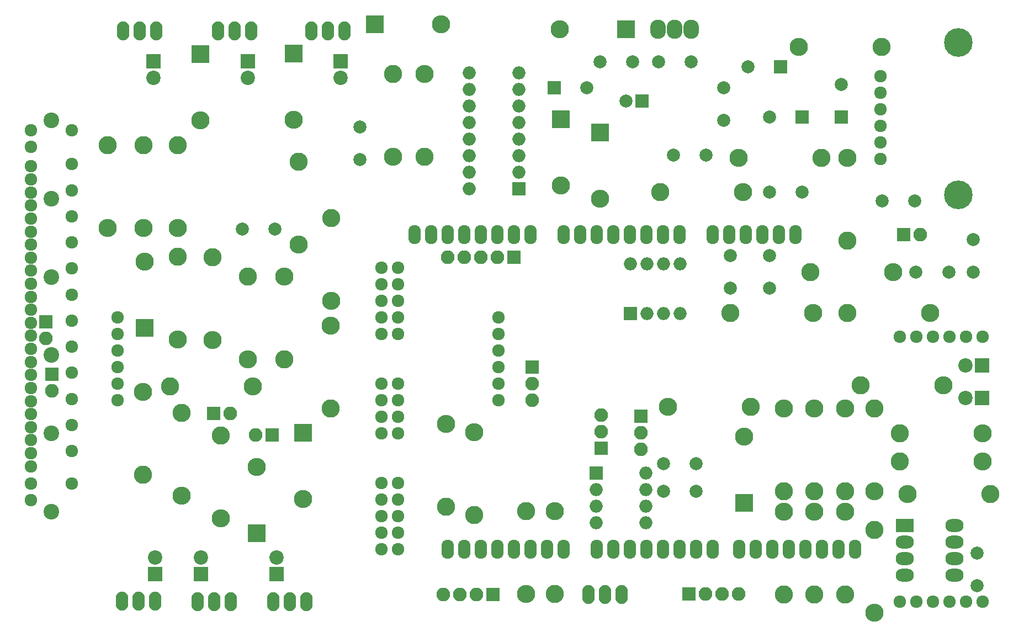
<source format=gbs>
G04 #@! TF.FileFunction,Soldermask,Bot*
%FSLAX46Y46*%
G04 Gerber Fmt 4.6, Leading zero omitted, Abs format (unit mm)*
G04 Created by KiCad (PCBNEW 4.0.6+dfsg1-1) date Sat Feb 17 20:25:25 2018*
%MOMM*%
%LPD*%
G01*
G04 APERTURE LIST*
%ADD10C,0.100000*%
%ADD11C,2.800000*%
%ADD12O,2.800000X2.800000*%
%ADD13C,2.000000*%
%ADD14O,2.432000X2.940000*%
%ADD15R,2.800000X2.800000*%
%ADD16C,1.924000*%
%ADD17C,4.400000*%
%ADD18R,2.000000X2.000000*%
%ADD19O,2.000000X2.000000*%
%ADD20R,2.200000X2.200000*%
%ADD21C,2.200000*%
%ADD22O,1.901140X2.899360*%
%ADD23R,2.100000X2.100000*%
%ADD24O,2.100000X2.100000*%
%ADD25O,1.924000X2.940000*%
%ADD26C,2.400000*%
%ADD27R,2.800000X2.000000*%
%ADD28O,2.800000X2.000000*%
G04 APERTURE END LIST*
D10*
D11*
X90900000Y-134300000D03*
D12*
X90900000Y-121600000D03*
D11*
X193900000Y-152700000D03*
D12*
X193900000Y-140000000D03*
D13*
X124200000Y-81000000D03*
X124200000Y-86000000D03*
D14*
X172460000Y-66000000D03*
X175000000Y-66000000D03*
X169920000Y-66000000D03*
D15*
X155000000Y-79840000D03*
D12*
X155000000Y-90000000D03*
D16*
X204000000Y-73205000D03*
X204000000Y-75745000D03*
X204000000Y-78285000D03*
X204000000Y-80825000D03*
X204000000Y-83365000D03*
X204000000Y-85905000D03*
D17*
X216000000Y-91410000D03*
X216000000Y-68000000D03*
D13*
X175000000Y-71000000D03*
X170000000Y-71000000D03*
D18*
X167500000Y-77000000D03*
D13*
X165000000Y-77000000D03*
X161000000Y-71000000D03*
X166000000Y-71000000D03*
D18*
X154000000Y-75000000D03*
D13*
X159000000Y-75000000D03*
D15*
X165000000Y-66000000D03*
D12*
X154840000Y-66000000D03*
D15*
X161000000Y-81840000D03*
D12*
X161000000Y-92000000D03*
D18*
X188750000Y-71750000D03*
D13*
X183750000Y-71750000D03*
D18*
X192000000Y-79500000D03*
D13*
X187000000Y-79500000D03*
D18*
X198000000Y-79500000D03*
D13*
X198000000Y-74500000D03*
D11*
X204200000Y-68750000D03*
D12*
X191500000Y-68750000D03*
D11*
X119800000Y-95000000D03*
D12*
X119800000Y-107700000D03*
D13*
X204300000Y-92300000D03*
X209300000Y-92300000D03*
X187000000Y-91000000D03*
X192000000Y-91000000D03*
X209500000Y-103250000D03*
X214500000Y-103250000D03*
X218250000Y-103250000D03*
X218250000Y-98250000D03*
X177260000Y-85310000D03*
X172260000Y-85310000D03*
X180000000Y-80000000D03*
X180000000Y-75000000D03*
X111200000Y-96700000D03*
X106200000Y-96700000D03*
X187000000Y-105750000D03*
X187000000Y-100750000D03*
X181000000Y-105750000D03*
X181000000Y-100750000D03*
D18*
X165670000Y-109620000D03*
D19*
X173290000Y-102000000D03*
X168210000Y-109620000D03*
X170750000Y-102000000D03*
X170750000Y-109620000D03*
X168210000Y-102000000D03*
X173290000Y-109620000D03*
X165670000Y-102000000D03*
D11*
X199000000Y-98400000D03*
D12*
X199000000Y-85700000D03*
D11*
X195000000Y-85700000D03*
D12*
X182300000Y-85700000D03*
D11*
X193300000Y-103250000D03*
D12*
X206000000Y-103250000D03*
D11*
X199000000Y-109500000D03*
D12*
X211700000Y-109500000D03*
D11*
X170300000Y-91020000D03*
D12*
X183000000Y-91020000D03*
D11*
X134100000Y-85600000D03*
D12*
X134100000Y-72900000D03*
D11*
X114800000Y-86300000D03*
D12*
X114800000Y-99000000D03*
D11*
X129300000Y-72900000D03*
D12*
X129300000Y-85600000D03*
D11*
X181000000Y-109500000D03*
D12*
X193700000Y-109500000D03*
D18*
X148600000Y-90500000D03*
D19*
X140980000Y-72720000D03*
X148600000Y-87960000D03*
X140980000Y-75260000D03*
X148600000Y-85420000D03*
X140980000Y-77800000D03*
X148600000Y-82880000D03*
X140980000Y-80340000D03*
X148600000Y-80340000D03*
X140980000Y-82880000D03*
X148600000Y-77800000D03*
X140980000Y-85420000D03*
X148600000Y-75260000D03*
X140980000Y-87960000D03*
X148600000Y-72720000D03*
X140980000Y-90500000D03*
D15*
X99750000Y-69840000D03*
D12*
X99750000Y-80000000D03*
D15*
X114000000Y-69750000D03*
D12*
X114000000Y-79910000D03*
D15*
X126500000Y-65250000D03*
D12*
X136660000Y-65250000D03*
D20*
X92500000Y-70960000D03*
D21*
X92500000Y-73500000D03*
D20*
X107000000Y-70960000D03*
D21*
X107000000Y-73500000D03*
D20*
X121250000Y-70960000D03*
D21*
X121250000Y-73500000D03*
D22*
X90460000Y-66250000D03*
X87920000Y-66250000D03*
X93000000Y-66250000D03*
X105000000Y-66250000D03*
X102460000Y-66250000D03*
X107540000Y-66250000D03*
X119250000Y-66250000D03*
X116710000Y-66250000D03*
X121790000Y-66250000D03*
D11*
X85500000Y-83750000D03*
D12*
X85500000Y-96450000D03*
D11*
X96300000Y-100900000D03*
D12*
X96300000Y-113600000D03*
D11*
X95100000Y-120800000D03*
D12*
X107800000Y-120800000D03*
D11*
X91000000Y-83750000D03*
D12*
X91000000Y-96450000D03*
D11*
X101600000Y-101000000D03*
D12*
X101600000Y-113700000D03*
D11*
X112600000Y-116600000D03*
D12*
X112600000Y-103900000D03*
D11*
X96250000Y-83750000D03*
D12*
X96250000Y-96450000D03*
D11*
X107000000Y-103900000D03*
D12*
X107000000Y-116600000D03*
D11*
X119700000Y-124200000D03*
D12*
X119700000Y-111500000D03*
D15*
X91200000Y-111800000D03*
D12*
X91200000Y-101640000D03*
D20*
X92800000Y-149600000D03*
D21*
X92800000Y-147060000D03*
D20*
X99800000Y-149600000D03*
D21*
X99800000Y-147060000D03*
D20*
X111400000Y-149600000D03*
D21*
X111400000Y-147060000D03*
D22*
X90210000Y-153750000D03*
X92750000Y-153750000D03*
X87670000Y-153750000D03*
X101840000Y-153800000D03*
X104380000Y-153800000D03*
X99300000Y-153800000D03*
X113440000Y-153800000D03*
X115980000Y-153800000D03*
X110900000Y-153800000D03*
D11*
X189200000Y-152700000D03*
D12*
X189200000Y-140000000D03*
D11*
X189200000Y-136900000D03*
D12*
X189200000Y-124200000D03*
D11*
X193900000Y-136900000D03*
D12*
X193900000Y-124200000D03*
D11*
X198600000Y-152700000D03*
D12*
X198600000Y-140000000D03*
D11*
X198600000Y-136900000D03*
D12*
X198600000Y-124200000D03*
D13*
X170800000Y-132600000D03*
X175800000Y-132600000D03*
X170800000Y-136900000D03*
X175800000Y-136900000D03*
D15*
X108400000Y-143300000D03*
D12*
X108400000Y-133140000D03*
D15*
X183110000Y-138640000D03*
D12*
X183110000Y-128480000D03*
D15*
X115500000Y-127900000D03*
D12*
X115500000Y-138060000D03*
D18*
X160440000Y-134040000D03*
D19*
X168060000Y-141660000D03*
X160440000Y-136580000D03*
X168060000Y-139120000D03*
X160440000Y-139120000D03*
X168060000Y-136580000D03*
X160440000Y-141660000D03*
X168060000Y-134040000D03*
D23*
X167300000Y-125320000D03*
D24*
X167300000Y-127860000D03*
X167300000Y-130400000D03*
D23*
X161200000Y-130300000D03*
D24*
X161200000Y-127760000D03*
X161200000Y-125220000D03*
D23*
X101760000Y-124900000D03*
D24*
X104300000Y-124900000D03*
D23*
X110700000Y-128200000D03*
D24*
X108160000Y-128200000D03*
D11*
X96850000Y-124850000D03*
D12*
X96850000Y-137550000D03*
D11*
X102850000Y-128300000D03*
D12*
X102850000Y-141000000D03*
D25*
X155440000Y-145800000D03*
X152900000Y-145800000D03*
X150360000Y-145800000D03*
X147820000Y-145800000D03*
X145280000Y-145800000D03*
X142740000Y-145800000D03*
X140200000Y-145800000D03*
X137660000Y-145800000D03*
X132580000Y-97540000D03*
X135120000Y-97540000D03*
X137660000Y-97540000D03*
X140200000Y-97540000D03*
X150360000Y-97540000D03*
X155440000Y-97540000D03*
X157980000Y-97540000D03*
X147820000Y-97540000D03*
X145280000Y-97540000D03*
X142740000Y-97540000D03*
X160520000Y-97540000D03*
X163060000Y-97540000D03*
X165600000Y-97540000D03*
X173220000Y-97540000D03*
X170680000Y-97540000D03*
X168140000Y-97540000D03*
X178300000Y-97540000D03*
X180840000Y-97540000D03*
X183380000Y-97540000D03*
X188460000Y-97540000D03*
X191000000Y-97540000D03*
X160520000Y-145800000D03*
X163060000Y-145800000D03*
X165600000Y-145800000D03*
X168140000Y-145800000D03*
X170680000Y-145800000D03*
X173220000Y-145800000D03*
X175760000Y-145800000D03*
X178300000Y-145800000D03*
X182364000Y-145800000D03*
X184904000Y-145800000D03*
X187444000Y-145800000D03*
X189984000Y-145800000D03*
X192524000Y-145800000D03*
X195064000Y-145800000D03*
X197604000Y-145800000D03*
X200144000Y-145800000D03*
X185920000Y-97540000D03*
D16*
X130040000Y-143260000D03*
X127500000Y-143260000D03*
X130040000Y-140720000D03*
X127500000Y-140720000D03*
X130040000Y-138180000D03*
X127500000Y-138180000D03*
X130040000Y-135640000D03*
X127500000Y-135640000D03*
X130040000Y-145800000D03*
X127500000Y-145800000D03*
X130040000Y-128020000D03*
X127500000Y-128020000D03*
X130040000Y-125480000D03*
X127500000Y-125480000D03*
X130040000Y-122940000D03*
X127500000Y-122940000D03*
X130040000Y-120400000D03*
X127500000Y-120400000D03*
X130040000Y-112780000D03*
X127500000Y-112780000D03*
X130040000Y-110240000D03*
X127500000Y-110240000D03*
X130040000Y-107700000D03*
X127500000Y-107700000D03*
X130040000Y-105160000D03*
X127500000Y-105160000D03*
X130040000Y-102620000D03*
X127500000Y-102620000D03*
X73700000Y-81500000D03*
X80000000Y-81500000D03*
X80000000Y-90700000D03*
X80000000Y-86700000D03*
X80000000Y-94700000D03*
X80000000Y-98700000D03*
X80000000Y-102700000D03*
X80000000Y-106700000D03*
X80000000Y-110700000D03*
X80000000Y-114700000D03*
X80000000Y-118700000D03*
X80000000Y-122700000D03*
X80000000Y-126700000D03*
X80000000Y-135700000D03*
X73700000Y-133040000D03*
X73700000Y-138240000D03*
X73700000Y-135700000D03*
X73700000Y-131040000D03*
X73700000Y-129040000D03*
X73700000Y-127040000D03*
X73700000Y-125040000D03*
X73700000Y-123040000D03*
X73700000Y-121040000D03*
X73700000Y-119040000D03*
X73700000Y-117040000D03*
X73700000Y-115040000D03*
X73700000Y-113040000D03*
X73700000Y-111040000D03*
X73700000Y-109040000D03*
X73700000Y-107040000D03*
X73700000Y-105040000D03*
X73700000Y-103040000D03*
X73700000Y-101040000D03*
X73700000Y-99040000D03*
X73700000Y-97040000D03*
X73700000Y-95040000D03*
X73700000Y-93040000D03*
X73700000Y-89040000D03*
X80000000Y-126700000D03*
X80000000Y-130700000D03*
X73700000Y-91040000D03*
X73700000Y-87040000D03*
X73700000Y-84040000D03*
D26*
X76850000Y-92000000D03*
X76850000Y-80000000D03*
X76850000Y-104000000D03*
X76850000Y-116000000D03*
X76850000Y-128000000D03*
X76850000Y-140000000D03*
D16*
X87000000Y-122880000D03*
X87000000Y-120340000D03*
X87000000Y-117800000D03*
X87000000Y-115260000D03*
X87000000Y-112720000D03*
X87000000Y-110180000D03*
X145420000Y-112720000D03*
X145420000Y-122880000D03*
X145420000Y-120340000D03*
X145420000Y-117800000D03*
X145420000Y-110180000D03*
X145420000Y-115260000D03*
D23*
X147800000Y-101000000D03*
D24*
X145260000Y-101000000D03*
X142720000Y-101000000D03*
X140180000Y-101000000D03*
X137640000Y-101000000D03*
D23*
X174680000Y-152600000D03*
D24*
X177220000Y-152600000D03*
X179760000Y-152600000D03*
X182300000Y-152600000D03*
D22*
X161800000Y-152700000D03*
X164340000Y-152700000D03*
X159260000Y-152700000D03*
D11*
X149700000Y-139900000D03*
D12*
X149700000Y-152600000D03*
D11*
X154100000Y-152600000D03*
D12*
X154100000Y-139900000D03*
D11*
X184170000Y-123960000D03*
D12*
X171470000Y-123960000D03*
D27*
X207760000Y-142160000D03*
D28*
X215380000Y-149780000D03*
X207760000Y-144700000D03*
X215380000Y-147240000D03*
X207760000Y-147240000D03*
X215380000Y-144700000D03*
X207760000Y-149780000D03*
X215380000Y-142160000D03*
D23*
X144600000Y-152700000D03*
D24*
X142060000Y-152700000D03*
X139520000Y-152700000D03*
X136980000Y-152700000D03*
D13*
X218890000Y-146360000D03*
X218890000Y-151360000D03*
D23*
X150600000Y-117790000D03*
D24*
X150600000Y-120330000D03*
X150600000Y-122870000D03*
D20*
X219600000Y-117590000D03*
D21*
X217060000Y-117590000D03*
D20*
X219600000Y-122590000D03*
D21*
X217060000Y-122590000D03*
D11*
X200970000Y-120590000D03*
D12*
X213670000Y-120590000D03*
D11*
X137410000Y-139230000D03*
D12*
X137410000Y-126530000D03*
D11*
X141730000Y-140520000D03*
D12*
X141730000Y-127820000D03*
D11*
X220900000Y-137260000D03*
D12*
X208200000Y-137260000D03*
D11*
X207040000Y-128000000D03*
D12*
X219740000Y-128000000D03*
D11*
X207040000Y-132300000D03*
D12*
X219740000Y-132300000D03*
D11*
X203100000Y-142800000D03*
D12*
X203100000Y-155500000D03*
D11*
X203100000Y-124200000D03*
D12*
X203100000Y-136900000D03*
D16*
X207000000Y-113200000D03*
X209540000Y-113200000D03*
X212080000Y-113200000D03*
X214620000Y-113200000D03*
X217160000Y-113200000D03*
X219700000Y-113200000D03*
X207000000Y-153840000D03*
X209540000Y-153840000D03*
X212080000Y-153840000D03*
X214620000Y-153840000D03*
X217160000Y-153840000D03*
X219700000Y-153840000D03*
D23*
X76000000Y-110860000D03*
D24*
X76000000Y-113400000D03*
D23*
X76990000Y-118900000D03*
D24*
X76990000Y-121440000D03*
D23*
X207570000Y-97510000D03*
D24*
X210110000Y-97510000D03*
M02*

</source>
